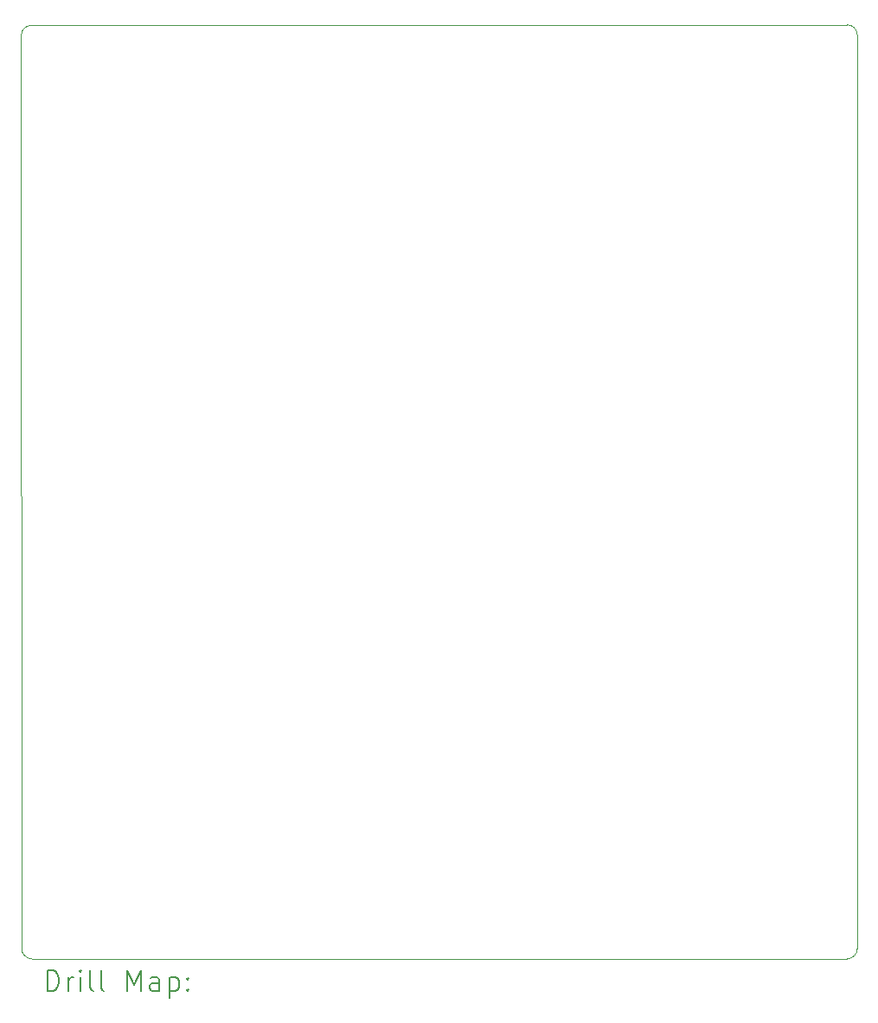
<source format=gbr>
%TF.GenerationSoftware,KiCad,Pcbnew,8.0.6*%
%TF.CreationDate,2024-12-22T02:50:09-05:00*%
%TF.ProjectId,accessory_test,61636365-7373-46f7-9279-5f746573742e,rev?*%
%TF.SameCoordinates,Original*%
%TF.FileFunction,Drillmap*%
%TF.FilePolarity,Positive*%
%FSLAX45Y45*%
G04 Gerber Fmt 4.5, Leading zero omitted, Abs format (unit mm)*
G04 Created by KiCad (PCBNEW 8.0.6) date 2024-12-22 02:50:09*
%MOMM*%
%LPD*%
G01*
G04 APERTURE LIST*
%ADD10C,0.050000*%
%ADD11C,0.200000*%
G04 APERTURE END LIST*
D10*
X8580176Y-4550073D02*
G75*
G02*
X8680113Y-4450016I100004J53D01*
G01*
X8685144Y-13589000D02*
G75*
G02*
X8585140Y-13489056I-4J100000D01*
G01*
X16664000Y-4445000D02*
G75*
G02*
X16764000Y-4545000I0J-100000D01*
G01*
X16764000Y-13489000D02*
G75*
G02*
X16664000Y-13589000I-100000J0D01*
G01*
X8585144Y-13489056D02*
X8580176Y-4550073D01*
X16664000Y-13589000D02*
X8685144Y-13589000D01*
X16764000Y-4545000D02*
X16764000Y-13489000D01*
X8680113Y-4450017D02*
X16664000Y-4445000D01*
D11*
X8838452Y-13902984D02*
X8838452Y-13702984D01*
X8838452Y-13702984D02*
X8886071Y-13702984D01*
X8886071Y-13702984D02*
X8914643Y-13712508D01*
X8914643Y-13712508D02*
X8933691Y-13731555D01*
X8933691Y-13731555D02*
X8943214Y-13750603D01*
X8943214Y-13750603D02*
X8952738Y-13788698D01*
X8952738Y-13788698D02*
X8952738Y-13817269D01*
X8952738Y-13817269D02*
X8943214Y-13855365D01*
X8943214Y-13855365D02*
X8933691Y-13874412D01*
X8933691Y-13874412D02*
X8914643Y-13893460D01*
X8914643Y-13893460D02*
X8886071Y-13902984D01*
X8886071Y-13902984D02*
X8838452Y-13902984D01*
X9038452Y-13902984D02*
X9038452Y-13769650D01*
X9038452Y-13807746D02*
X9047976Y-13788698D01*
X9047976Y-13788698D02*
X9057500Y-13779174D01*
X9057500Y-13779174D02*
X9076548Y-13769650D01*
X9076548Y-13769650D02*
X9095595Y-13769650D01*
X9162262Y-13902984D02*
X9162262Y-13769650D01*
X9162262Y-13702984D02*
X9152738Y-13712508D01*
X9152738Y-13712508D02*
X9162262Y-13722031D01*
X9162262Y-13722031D02*
X9171786Y-13712508D01*
X9171786Y-13712508D02*
X9162262Y-13702984D01*
X9162262Y-13702984D02*
X9162262Y-13722031D01*
X9286071Y-13902984D02*
X9267024Y-13893460D01*
X9267024Y-13893460D02*
X9257500Y-13874412D01*
X9257500Y-13874412D02*
X9257500Y-13702984D01*
X9390833Y-13902984D02*
X9371786Y-13893460D01*
X9371786Y-13893460D02*
X9362262Y-13874412D01*
X9362262Y-13874412D02*
X9362262Y-13702984D01*
X9619405Y-13902984D02*
X9619405Y-13702984D01*
X9619405Y-13702984D02*
X9686072Y-13845841D01*
X9686072Y-13845841D02*
X9752738Y-13702984D01*
X9752738Y-13702984D02*
X9752738Y-13902984D01*
X9933691Y-13902984D02*
X9933691Y-13798222D01*
X9933691Y-13798222D02*
X9924167Y-13779174D01*
X9924167Y-13779174D02*
X9905119Y-13769650D01*
X9905119Y-13769650D02*
X9867024Y-13769650D01*
X9867024Y-13769650D02*
X9847976Y-13779174D01*
X9933691Y-13893460D02*
X9914643Y-13902984D01*
X9914643Y-13902984D02*
X9867024Y-13902984D01*
X9867024Y-13902984D02*
X9847976Y-13893460D01*
X9847976Y-13893460D02*
X9838452Y-13874412D01*
X9838452Y-13874412D02*
X9838452Y-13855365D01*
X9838452Y-13855365D02*
X9847976Y-13836317D01*
X9847976Y-13836317D02*
X9867024Y-13826793D01*
X9867024Y-13826793D02*
X9914643Y-13826793D01*
X9914643Y-13826793D02*
X9933691Y-13817269D01*
X10028929Y-13769650D02*
X10028929Y-13969650D01*
X10028929Y-13779174D02*
X10047976Y-13769650D01*
X10047976Y-13769650D02*
X10086072Y-13769650D01*
X10086072Y-13769650D02*
X10105119Y-13779174D01*
X10105119Y-13779174D02*
X10114643Y-13788698D01*
X10114643Y-13788698D02*
X10124167Y-13807746D01*
X10124167Y-13807746D02*
X10124167Y-13864888D01*
X10124167Y-13864888D02*
X10114643Y-13883936D01*
X10114643Y-13883936D02*
X10105119Y-13893460D01*
X10105119Y-13893460D02*
X10086072Y-13902984D01*
X10086072Y-13902984D02*
X10047976Y-13902984D01*
X10047976Y-13902984D02*
X10028929Y-13893460D01*
X10209881Y-13883936D02*
X10219405Y-13893460D01*
X10219405Y-13893460D02*
X10209881Y-13902984D01*
X10209881Y-13902984D02*
X10200357Y-13893460D01*
X10200357Y-13893460D02*
X10209881Y-13883936D01*
X10209881Y-13883936D02*
X10209881Y-13902984D01*
X10209881Y-13779174D02*
X10219405Y-13788698D01*
X10219405Y-13788698D02*
X10209881Y-13798222D01*
X10209881Y-13798222D02*
X10200357Y-13788698D01*
X10200357Y-13788698D02*
X10209881Y-13779174D01*
X10209881Y-13779174D02*
X10209881Y-13798222D01*
M02*

</source>
